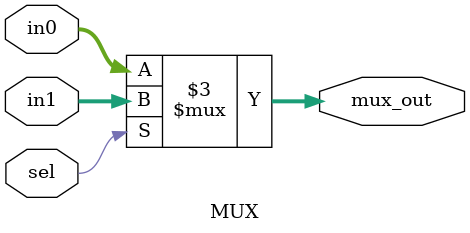
<source format=v>
module MUX 
#( 
    parameter MUX_Width = 5
    ) 
    (
    input [MUX_Width-1:0] in0, in1 ,
    input sel,
    output reg [MUX_Width-1:0] mux_out
    );

always @ (*) begin

    if(sel)
    mux_out = in1;
    else
    mux_out = in0;
    end

endmodule


</source>
